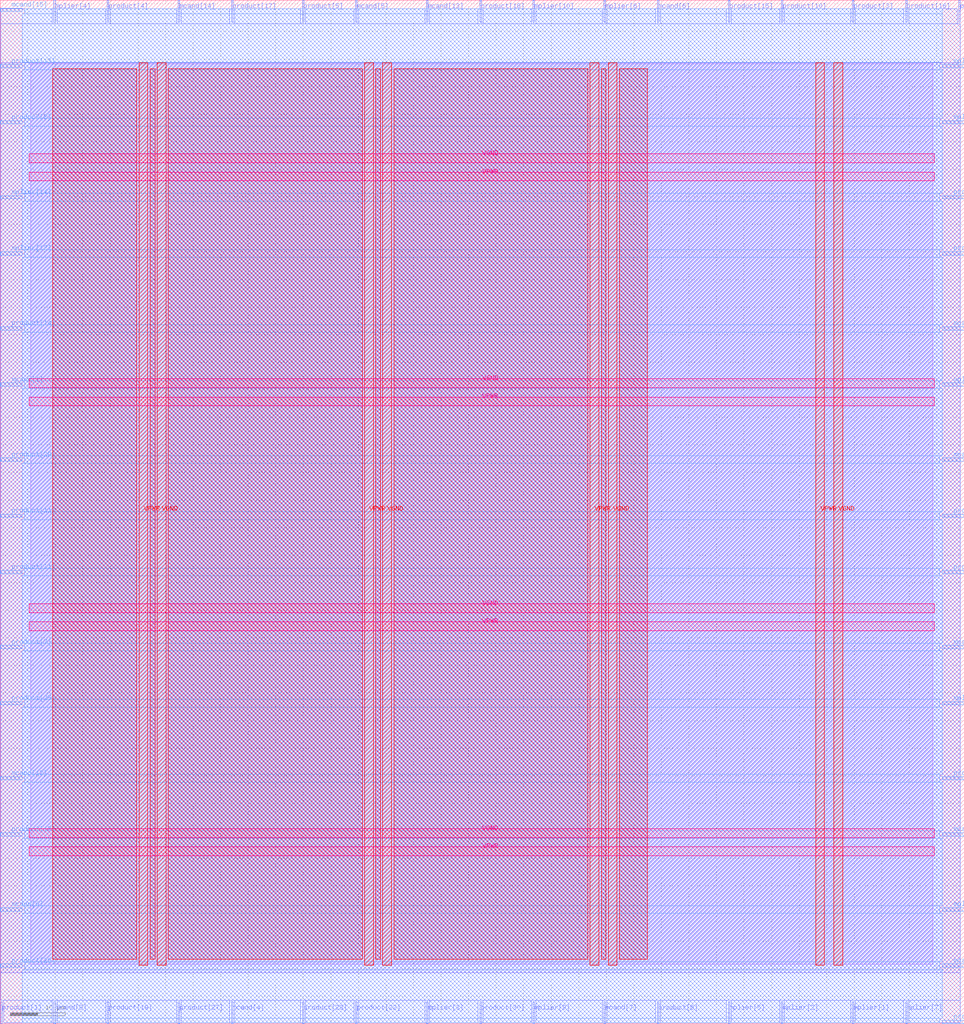
<source format=lef>
VERSION 5.7 ;
  NOWIREEXTENSIONATPIN ON ;
  DIVIDERCHAR "/" ;
  BUSBITCHARS "[]" ;
MACRO mult_comb_16
  CLASS BLOCK ;
  FOREIGN mult_comb_16 ;
  ORIGIN 0.000 0.000 ;
  SIZE 174.965 BY 185.685 ;
  PIN VGND
    DIRECTION INOUT ;
    USE GROUND ;
    PORT
      LAYER met4 ;
        RECT 28.490 10.640 30.090 174.320 ;
    END
    PORT
      LAYER met4 ;
        RECT 69.430 10.640 71.030 174.320 ;
    END
    PORT
      LAYER met4 ;
        RECT 110.370 10.640 111.970 174.320 ;
    END
    PORT
      LAYER met4 ;
        RECT 151.310 10.640 152.910 174.320 ;
    END
    PORT
      LAYER met5 ;
        RECT 5.280 33.780 169.520 35.380 ;
    END
    PORT
      LAYER met5 ;
        RECT 5.280 74.580 169.520 76.180 ;
    END
    PORT
      LAYER met5 ;
        RECT 5.280 115.380 169.520 116.980 ;
    END
    PORT
      LAYER met5 ;
        RECT 5.280 156.180 169.520 157.780 ;
    END
  END VGND
  PIN VPWR
    DIRECTION INOUT ;
    USE POWER ;
    PORT
      LAYER met4 ;
        RECT 25.190 10.640 26.790 174.320 ;
    END
    PORT
      LAYER met4 ;
        RECT 66.130 10.640 67.730 174.320 ;
    END
    PORT
      LAYER met4 ;
        RECT 107.070 10.640 108.670 174.320 ;
    END
    PORT
      LAYER met4 ;
        RECT 148.010 10.640 149.610 174.320 ;
    END
    PORT
      LAYER met5 ;
        RECT 5.280 30.480 169.520 32.080 ;
    END
    PORT
      LAYER met5 ;
        RECT 5.280 71.280 169.520 72.880 ;
    END
    PORT
      LAYER met5 ;
        RECT 5.280 112.080 169.520 113.680 ;
    END
    PORT
      LAYER met5 ;
        RECT 5.280 152.880 169.520 154.480 ;
    END
  END VPWR
  PIN mcand[0]
    DIRECTION INPUT ;
    USE SIGNAL ;
    ANTENNAGATEAREA 0.213000 ;
    PORT
      LAYER met3 ;
        RECT 0.000 20.440 4.000 21.040 ;
    END
  END mcand[0]
  PIN mcand[10]
    DIRECTION INPUT ;
    USE SIGNAL ;
    ANTENNAGATEAREA 0.159000 ;
    PORT
      LAYER met3 ;
        RECT 170.965 68.040 174.965 68.640 ;
    END
  END mcand[10]
  PIN mcand[11]
    DIRECTION INPUT ;
    USE SIGNAL ;
    ANTENNAGATEAREA 0.247500 ;
    PORT
      LAYER met3 ;
        RECT 170.965 10.240 174.965 10.840 ;
    END
  END mcand[11]
  PIN mcand[12]
    DIRECTION INPUT ;
    USE SIGNAL ;
    ANTENNAGATEAREA 0.213000 ;
    PORT
      LAYER met3 ;
        RECT 0.000 44.240 4.000 44.840 ;
    END
  END mcand[12]
  PIN mcand[13]
    DIRECTION INPUT ;
    USE SIGNAL ;
    ANTENNAGATEAREA 0.159000 ;
    PORT
      LAYER met2 ;
        RECT 77.370 181.685 77.650 185.685 ;
    END
  END mcand[13]
  PIN mcand[14]
    DIRECTION INPUT ;
    USE SIGNAL ;
    ANTENNAGATEAREA 0.159000 ;
    PORT
      LAYER met2 ;
        RECT 32.290 181.685 32.570 185.685 ;
    END
  END mcand[14]
  PIN mcand[15]
    DIRECTION INPUT ;
    USE SIGNAL ;
    ANTENNAGATEAREA 0.159000 ;
    PORT
      LAYER met3 ;
        RECT 0.000 183.640 4.000 184.240 ;
    END
  END mcand[15]
  PIN mcand[1]
    DIRECTION INPUT ;
    USE SIGNAL ;
    ANTENNAGATEAREA 0.213000 ;
    PORT
      LAYER met3 ;
        RECT 0.000 115.640 4.000 116.240 ;
    END
  END mcand[1]
  PIN mcand[2]
    DIRECTION INPUT ;
    USE SIGNAL ;
    ANTENNAGATEAREA 0.213000 ;
    PORT
      LAYER met3 ;
        RECT 170.965 125.840 174.965 126.440 ;
    END
  END mcand[2]
  PIN mcand[3]
    DIRECTION INPUT ;
    USE SIGNAL ;
    ANTENNAGATEAREA 0.213000 ;
    PORT
      LAYER met3 ;
        RECT 170.965 34.040 174.965 34.640 ;
    END
  END mcand[3]
  PIN mcand[4]
    DIRECTION INPUT ;
    USE SIGNAL ;
    ANTENNAGATEAREA 0.213000 ;
    PORT
      LAYER met2 ;
        RECT 41.950 0.000 42.230 4.000 ;
    END
  END mcand[4]
  PIN mcand[5]
    DIRECTION INPUT ;
    USE SIGNAL ;
    ANTENNAGATEAREA 0.213000 ;
    PORT
      LAYER met2 ;
        RECT 64.490 181.685 64.770 185.685 ;
    END
  END mcand[5]
  PIN mcand[6]
    DIRECTION INPUT ;
    USE SIGNAL ;
    ANTENNAGATEAREA 0.159000 ;
    PORT
      LAYER met2 ;
        RECT 119.230 181.685 119.510 185.685 ;
    END
  END mcand[6]
  PIN mcand[7]
    DIRECTION INPUT ;
    USE SIGNAL ;
    ANTENNAGATEAREA 0.213000 ;
    PORT
      LAYER met2 ;
        RECT 109.570 0.000 109.850 4.000 ;
    END
  END mcand[7]
  PIN mcand[8]
    DIRECTION INPUT ;
    USE SIGNAL ;
    ANTENNAGATEAREA 0.159000 ;
    PORT
      LAYER met2 ;
        RECT 9.750 0.000 10.030 4.000 ;
    END
  END mcand[8]
  PIN mcand[9]
    DIRECTION INPUT ;
    USE SIGNAL ;
    ANTENNAGATEAREA 0.159000 ;
    PORT
      LAYER met3 ;
        RECT 170.965 102.040 174.965 102.640 ;
    END
  END mcand[9]
  PIN mplier[0]
    DIRECTION INPUT ;
    USE SIGNAL ;
    ANTENNAGATEAREA 0.196500 ;
    PORT
      LAYER met3 ;
        RECT 170.965 57.840 174.965 58.440 ;
    END
  END mplier[0]
  PIN mplier[10]
    DIRECTION INPUT ;
    USE SIGNAL ;
    ANTENNAGATEAREA 0.126000 ;
    PORT
      LAYER met2 ;
        RECT 96.690 181.685 96.970 185.685 ;
    END
  END mplier[10]
  PIN mplier[11]
    DIRECTION INPUT ;
    USE SIGNAL ;
    ANTENNAGATEAREA 0.213000 ;
    PORT
      LAYER met3 ;
        RECT 170.965 163.240 174.965 163.840 ;
    END
  END mplier[11]
  PIN mplier[12]
    DIRECTION INPUT ;
    USE SIGNAL ;
    ANTENNAGATEAREA 0.126000 ;
    PORT
      LAYER met3 ;
        RECT 0.000 139.440 4.000 140.040 ;
    END
  END mplier[12]
  PIN mplier[13]
    DIRECTION INPUT ;
    USE SIGNAL ;
    ANTENNAGATEAREA 0.213000 ;
    PORT
      LAYER met3 ;
        RECT 170.965 115.640 174.965 116.240 ;
    END
  END mplier[13]
  PIN mplier[14]
    DIRECTION INPUT ;
    USE SIGNAL ;
    ANTENNAGATEAREA 0.213000 ;
    PORT
      LAYER met3 ;
        RECT 0.000 149.640 4.000 150.240 ;
    END
  END mplier[14]
  PIN mplier[15]
    DIRECTION INPUT ;
    USE SIGNAL ;
    ANTENNAGATEAREA 0.213000 ;
    PORT
      LAYER met3 ;
        RECT 170.965 173.440 174.965 174.040 ;
    END
  END mplier[15]
  PIN mplier[1]
    DIRECTION INPUT ;
    USE SIGNAL ;
    ANTENNAGATEAREA 0.213000 ;
    PORT
      LAYER met2 ;
        RECT 154.650 0.000 154.930 4.000 ;
    END
  END mplier[1]
  PIN mplier[2]
    DIRECTION INPUT ;
    USE SIGNAL ;
    ANTENNAGATEAREA 0.196500 ;
    PORT
      LAYER met2 ;
        RECT 141.770 0.000 142.050 4.000 ;
    END
  END mplier[2]
  PIN mplier[3]
    DIRECTION INPUT ;
    USE SIGNAL ;
    ANTENNAGATEAREA 0.213000 ;
    PORT
      LAYER met2 ;
        RECT 77.370 0.000 77.650 4.000 ;
    END
  END mplier[3]
  PIN mplier[4]
    DIRECTION INPUT ;
    USE SIGNAL ;
    ANTENNAGATEAREA 0.247500 ;
    PORT
      LAYER met2 ;
        RECT 9.750 181.685 10.030 185.685 ;
    END
  END mplier[4]
  PIN mplier[5]
    DIRECTION INPUT ;
    USE SIGNAL ;
    ANTENNAGATEAREA 0.196500 ;
    PORT
      LAYER met2 ;
        RECT 132.110 0.000 132.390 4.000 ;
    END
  END mplier[5]
  PIN mplier[6]
    DIRECTION INPUT ;
    USE SIGNAL ;
    ANTENNAGATEAREA 0.159000 ;
    PORT
      LAYER met2 ;
        RECT 109.570 181.685 109.850 185.685 ;
    END
  END mplier[6]
  PIN mplier[7]
    DIRECTION INPUT ;
    USE SIGNAL ;
    ANTENNAGATEAREA 0.213000 ;
    PORT
      LAYER met2 ;
        RECT 164.310 0.000 164.590 4.000 ;
    END
  END mplier[7]
  PIN mplier[8]
    DIRECTION INPUT ;
    USE SIGNAL ;
    ANTENNAGATEAREA 0.159000 ;
    PORT
      LAYER met3 ;
        RECT 170.965 20.440 174.965 21.040 ;
    END
  END mplier[8]
  PIN mplier[9]
    DIRECTION INPUT ;
    USE SIGNAL ;
    ANTENNAGATEAREA 0.196500 ;
    PORT
      LAYER met2 ;
        RECT 96.690 0.000 96.970 4.000 ;
    END
  END mplier[9]
  PIN product[0]
    DIRECTION OUTPUT TRISTATE ;
    USE SIGNAL ;
    ANTENNADIFFAREA 0.445500 ;
    PORT
      LAYER met3 ;
        RECT 170.965 44.240 174.965 44.840 ;
    END
  END product[0]
  PIN product[10]
    DIRECTION OUTPUT TRISTATE ;
    USE SIGNAL ;
    ANTENNADIFFAREA 0.445500 ;
    PORT
      LAYER met2 ;
        RECT 141.770 181.685 142.050 185.685 ;
    END
  END product[10]
  PIN product[11]
    DIRECTION OUTPUT TRISTATE ;
    USE SIGNAL ;
    ANTENNADIFFAREA 0.795200 ;
    PORT
      LAYER met3 ;
        RECT 0.000 91.840 4.000 92.440 ;
    END
  END product[11]
  PIN product[12]
    DIRECTION OUTPUT TRISTATE ;
    USE SIGNAL ;
    ANTENNADIFFAREA 0.795200 ;
    PORT
      LAYER met3 ;
        RECT 0.000 34.040 4.000 34.640 ;
    END
  END product[12]
  PIN product[13]
    DIRECTION OUTPUT TRISTATE ;
    USE SIGNAL ;
    ANTENNADIFFAREA 0.795200 ;
    PORT
      LAYER met3 ;
        RECT 0.000 173.440 4.000 174.040 ;
    END
  END product[13]
  PIN product[14]
    DIRECTION OUTPUT TRISTATE ;
    USE SIGNAL ;
    ANTENNADIFFAREA 0.795200 ;
    PORT
      LAYER met3 ;
        RECT 0.000 125.840 4.000 126.440 ;
    END
  END product[14]
  PIN product[15]
    DIRECTION OUTPUT TRISTATE ;
    USE SIGNAL ;
    ANTENNADIFFAREA 0.795200 ;
    PORT
      LAYER met2 ;
        RECT 132.110 181.685 132.390 185.685 ;
    END
  END product[15]
  PIN product[16]
    DIRECTION OUTPUT TRISTATE ;
    USE SIGNAL ;
    ANTENNADIFFAREA 0.795200 ;
    PORT
      LAYER met2 ;
        RECT 164.310 181.685 164.590 185.685 ;
    END
  END product[16]
  PIN product[17]
    DIRECTION OUTPUT TRISTATE ;
    USE SIGNAL ;
    ANTENNADIFFAREA 0.795200 ;
    PORT
      LAYER met2 ;
        RECT 41.950 181.685 42.230 185.685 ;
    END
  END product[17]
  PIN product[18]
    DIRECTION OUTPUT TRISTATE ;
    USE SIGNAL ;
    ANTENNADIFFAREA 0.795200 ;
    PORT
      LAYER met2 ;
        RECT 87.030 181.685 87.310 185.685 ;
    END
  END product[18]
  PIN product[19]
    DIRECTION OUTPUT TRISTATE ;
    USE SIGNAL ;
    ANTENNADIFFAREA 0.795200 ;
    PORT
      LAYER met2 ;
        RECT 19.410 0.000 19.690 4.000 ;
    END
  END product[19]
  PIN product[1]
    DIRECTION OUTPUT TRISTATE ;
    USE SIGNAL ;
    ANTENNADIFFAREA 0.795200 ;
    PORT
      LAYER met2 ;
        RECT 0.090 0.000 0.370 4.000 ;
    END
  END product[1]
  PIN product[20]
    DIRECTION OUTPUT TRISTATE ;
    USE SIGNAL ;
    ANTENNADIFFAREA 0.445500 ;
    PORT
      LAYER met3 ;
        RECT 170.965 149.640 174.965 150.240 ;
    END
  END product[20]
  PIN product[21]
    DIRECTION OUTPUT TRISTATE ;
    USE SIGNAL ;
    ANTENNADIFFAREA 0.795200 ;
    PORT
      LAYER met2 ;
        RECT 173.970 181.685 174.250 185.685 ;
    END
  END product[21]
  PIN product[22]
    DIRECTION OUTPUT TRISTATE ;
    USE SIGNAL ;
    ANTENNADIFFAREA 0.795200 ;
    PORT
      LAYER met2 ;
        RECT 64.490 0.000 64.770 4.000 ;
    END
  END product[22]
  PIN product[23]
    DIRECTION OUTPUT TRISTATE ;
    USE SIGNAL ;
    ANTENNADIFFAREA 0.445500 ;
    PORT
      LAYER met3 ;
        RECT 170.965 139.440 174.965 140.040 ;
    END
  END product[23]
  PIN product[24]
    DIRECTION OUTPUT TRISTATE ;
    USE SIGNAL ;
    ANTENNADIFFAREA 0.795200 ;
    PORT
      LAYER met3 ;
        RECT 170.965 0.040 174.965 0.640 ;
    END
  END product[24]
  PIN product[25]
    DIRECTION OUTPUT TRISTATE ;
    USE SIGNAL ;
    ANTENNADIFFAREA 0.795200 ;
    PORT
      LAYER met3 ;
        RECT 0.000 57.840 4.000 58.440 ;
    END
  END product[25]
  PIN product[26]
    DIRECTION OUTPUT TRISTATE ;
    USE SIGNAL ;
    ANTENNADIFFAREA 0.795200 ;
    PORT
      LAYER met3 ;
        RECT 0.000 10.240 4.000 10.840 ;
    END
  END product[26]
  PIN product[27]
    DIRECTION OUTPUT TRISTATE ;
    USE SIGNAL ;
    ANTENNADIFFAREA 0.795200 ;
    PORT
      LAYER met2 ;
        RECT 32.290 0.000 32.570 4.000 ;
    END
  END product[27]
  PIN product[28]
    DIRECTION OUTPUT TRISTATE ;
    USE SIGNAL ;
    ANTENNADIFFAREA 0.795200 ;
    PORT
      LAYER met2 ;
        RECT 54.830 0.000 55.110 4.000 ;
    END
  END product[28]
  PIN product[29]
    DIRECTION OUTPUT TRISTATE ;
    USE SIGNAL ;
    ANTENNADIFFAREA 0.795200 ;
    PORT
      LAYER met3 ;
        RECT 0.000 102.040 4.000 102.640 ;
    END
  END product[29]
  PIN product[2]
    DIRECTION OUTPUT TRISTATE ;
    USE SIGNAL ;
    ANTENNADIFFAREA 0.445500 ;
    PORT
      LAYER met3 ;
        RECT 170.965 91.840 174.965 92.440 ;
    END
  END product[2]
  PIN product[30]
    DIRECTION OUTPUT TRISTATE ;
    USE SIGNAL ;
    ANTENNADIFFAREA 0.891000 ;
    PORT
      LAYER met2 ;
        RECT 87.030 0.000 87.310 4.000 ;
    END
  END product[30]
  PIN product[31]
    DIRECTION OUTPUT TRISTATE ;
    USE SIGNAL ;
    ANTENNADIFFAREA 0.891000 ;
    PORT
      LAYER met3 ;
        RECT 0.000 81.640 4.000 82.240 ;
    END
  END product[31]
  PIN product[3]
    DIRECTION OUTPUT TRISTATE ;
    USE SIGNAL ;
    ANTENNADIFFAREA 0.795200 ;
    PORT
      LAYER met2 ;
        RECT 154.650 181.685 154.930 185.685 ;
    END
  END product[3]
  PIN product[4]
    DIRECTION OUTPUT TRISTATE ;
    USE SIGNAL ;
    ANTENNADIFFAREA 0.795200 ;
    PORT
      LAYER met2 ;
        RECT 19.410 181.685 19.690 185.685 ;
    END
  END product[4]
  PIN product[5]
    DIRECTION OUTPUT TRISTATE ;
    USE SIGNAL ;
    ANTENNADIFFAREA 0.795200 ;
    PORT
      LAYER met2 ;
        RECT 54.830 181.685 55.110 185.685 ;
    END
  END product[5]
  PIN product[6]
    DIRECTION OUTPUT TRISTATE ;
    USE SIGNAL ;
    ANTENNADIFFAREA 0.795200 ;
    PORT
      LAYER met2 ;
        RECT 119.230 0.000 119.510 4.000 ;
    END
  END product[6]
  PIN product[7]
    DIRECTION OUTPUT TRISTATE ;
    USE SIGNAL ;
    ANTENNADIFFAREA 0.795200 ;
    PORT
      LAYER met3 ;
        RECT 0.000 68.040 4.000 68.640 ;
    END
  END product[7]
  PIN product[8]
    DIRECTION OUTPUT TRISTATE ;
    USE SIGNAL ;
    ANTENNADIFFAREA 0.795200 ;
    PORT
      LAYER met3 ;
        RECT 0.000 163.240 4.000 163.840 ;
    END
  END product[8]
  PIN product[9]
    DIRECTION OUTPUT TRISTATE ;
    USE SIGNAL ;
    ANTENNADIFFAREA 0.445500 ;
    PORT
      LAYER met3 ;
        RECT 170.965 81.640 174.965 82.240 ;
    END
  END product[9]
  OBS
      LAYER li1 ;
        RECT 5.520 10.795 169.280 174.165 ;
      LAYER met1 ;
        RECT 0.070 9.220 174.270 174.320 ;
      LAYER met2 ;
        RECT 0.100 181.405 9.470 184.125 ;
        RECT 10.310 181.405 19.130 184.125 ;
        RECT 19.970 181.405 32.010 184.125 ;
        RECT 32.850 181.405 41.670 184.125 ;
        RECT 42.510 181.405 54.550 184.125 ;
        RECT 55.390 181.405 64.210 184.125 ;
        RECT 65.050 181.405 77.090 184.125 ;
        RECT 77.930 181.405 86.750 184.125 ;
        RECT 87.590 181.405 96.410 184.125 ;
        RECT 97.250 181.405 109.290 184.125 ;
        RECT 110.130 181.405 118.950 184.125 ;
        RECT 119.790 181.405 131.830 184.125 ;
        RECT 132.670 181.405 141.490 184.125 ;
        RECT 142.330 181.405 154.370 184.125 ;
        RECT 155.210 181.405 164.030 184.125 ;
        RECT 164.870 181.405 173.690 184.125 ;
        RECT 0.100 4.280 174.240 181.405 ;
        RECT 0.650 0.155 9.470 4.280 ;
        RECT 10.310 0.155 19.130 4.280 ;
        RECT 19.970 0.155 32.010 4.280 ;
        RECT 32.850 0.155 41.670 4.280 ;
        RECT 42.510 0.155 54.550 4.280 ;
        RECT 55.390 0.155 64.210 4.280 ;
        RECT 65.050 0.155 77.090 4.280 ;
        RECT 77.930 0.155 86.750 4.280 ;
        RECT 87.590 0.155 96.410 4.280 ;
        RECT 97.250 0.155 109.290 4.280 ;
        RECT 110.130 0.155 118.950 4.280 ;
        RECT 119.790 0.155 131.830 4.280 ;
        RECT 132.670 0.155 141.490 4.280 ;
        RECT 142.330 0.155 154.370 4.280 ;
        RECT 155.210 0.155 164.030 4.280 ;
        RECT 164.870 0.155 174.240 4.280 ;
      LAYER met3 ;
        RECT 4.400 183.240 170.965 184.105 ;
        RECT 3.990 174.440 170.965 183.240 ;
        RECT 4.400 173.040 170.565 174.440 ;
        RECT 3.990 164.240 170.965 173.040 ;
        RECT 4.400 162.840 170.565 164.240 ;
        RECT 3.990 150.640 170.965 162.840 ;
        RECT 4.400 149.240 170.565 150.640 ;
        RECT 3.990 140.440 170.965 149.240 ;
        RECT 4.400 139.040 170.565 140.440 ;
        RECT 3.990 126.840 170.965 139.040 ;
        RECT 4.400 125.440 170.565 126.840 ;
        RECT 3.990 116.640 170.965 125.440 ;
        RECT 4.400 115.240 170.565 116.640 ;
        RECT 3.990 103.040 170.965 115.240 ;
        RECT 4.400 101.640 170.565 103.040 ;
        RECT 3.990 92.840 170.965 101.640 ;
        RECT 4.400 91.440 170.565 92.840 ;
        RECT 3.990 82.640 170.965 91.440 ;
        RECT 4.400 81.240 170.565 82.640 ;
        RECT 3.990 69.040 170.965 81.240 ;
        RECT 4.400 67.640 170.565 69.040 ;
        RECT 3.990 58.840 170.965 67.640 ;
        RECT 4.400 57.440 170.565 58.840 ;
        RECT 3.990 45.240 170.965 57.440 ;
        RECT 4.400 43.840 170.565 45.240 ;
        RECT 3.990 35.040 170.965 43.840 ;
        RECT 4.400 33.640 170.565 35.040 ;
        RECT 3.990 21.440 170.965 33.640 ;
        RECT 4.400 20.040 170.565 21.440 ;
        RECT 3.990 11.240 170.965 20.040 ;
        RECT 4.400 9.840 170.565 11.240 ;
        RECT 3.990 1.040 170.965 9.840 ;
        RECT 3.990 0.175 170.565 1.040 ;
      LAYER met4 ;
        RECT 9.495 11.735 24.790 173.225 ;
        RECT 27.190 11.735 28.090 173.225 ;
        RECT 30.490 11.735 65.730 173.225 ;
        RECT 68.130 11.735 69.030 173.225 ;
        RECT 71.430 11.735 106.670 173.225 ;
        RECT 109.070 11.735 109.970 173.225 ;
        RECT 112.370 11.735 117.465 173.225 ;
  END
END mult_comb_16
END LIBRARY


</source>
